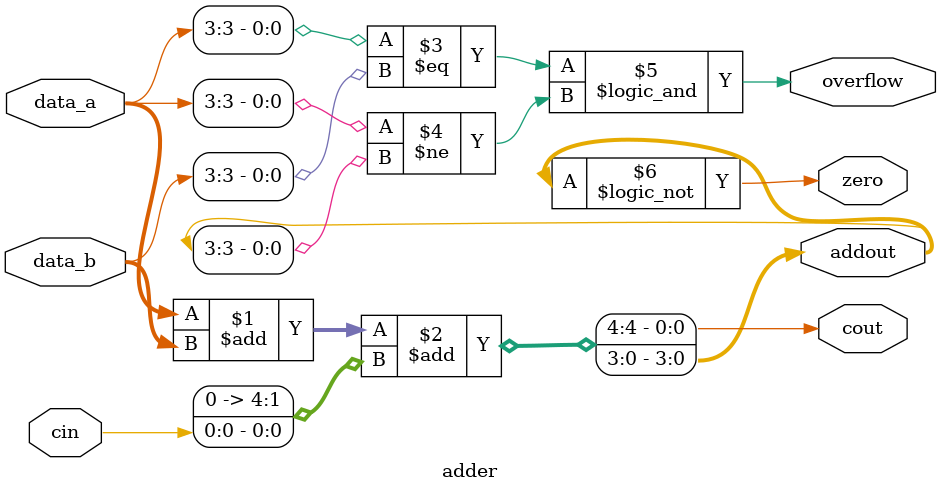
<source format=v>
module adder (
    input cin,                    
    input [3:0] data_a,
    input [3:0] data_b, 
    output cout,             
    output zero,              
    output overflow,        
    output [3:0] addout
);
    assign {cout,addout} = data_a + data_b + {3'b000, cin};
    assign overflow = (data_a[3]==data_b[3]) && (data_a[3]!=addout[3]);
    assign zero = (addout == 4'b0);

endmodule

</source>
